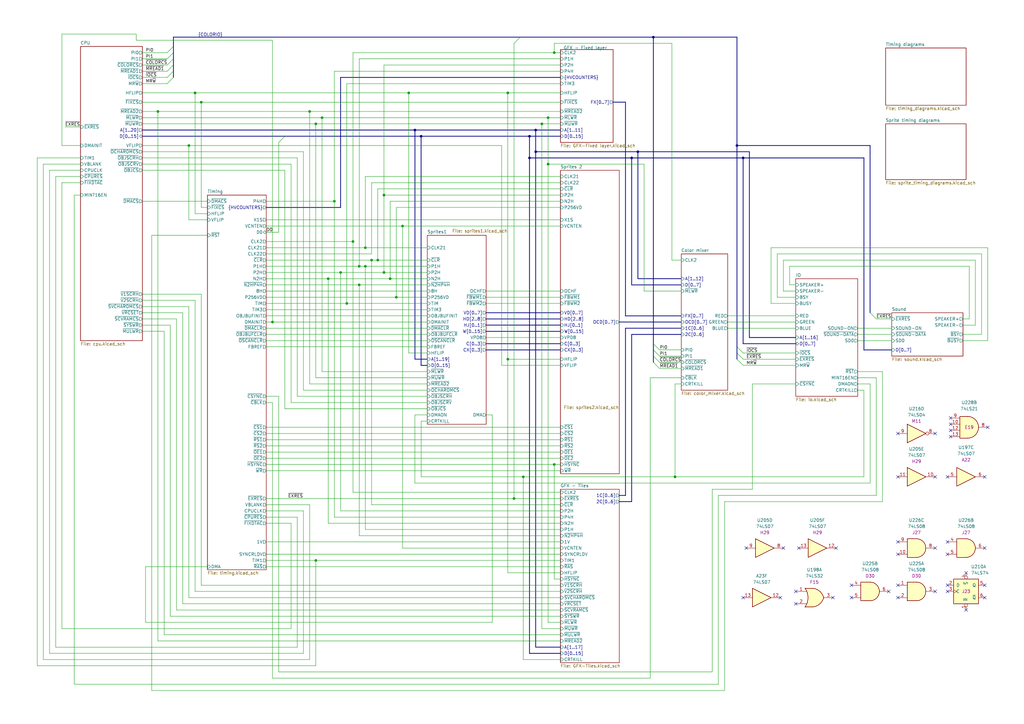
<source format=kicad_sch>
(kicad_sch (version 20230121) (generator eeschema)
  (paper "A3")
  (title_block (title "The Final Round") (date "2023-09-11") (company "Konami GX870") (comment 1 "Ulf Skutnabba, twitter: @skutis77"))
  (lib_symbols
    (symbol "74xx:74LS07" (pin_names (offset 1.016))
      (property "Reference" "U" (at 0 1.27 0))
      (property "Value" "74LS07" (at 0 -1.27 0))
      (symbol "74LS07_1_0"
        (pin input line (at -7.62 0 0) (length 3.81) (name "~") (number "1"))
        (pin open_collector line (at 7.62 0 180) (length 3.81) (name "~") (number "2"))
      )
      (symbol "74LS07_2_0"
        (pin input line (at -7.62 0 0) (length 3.81) (name "~") (number "3"))
        (pin open_collector line (at 7.62 0 180) (length 3.81) (name "~") (number "4"))
      )
      (symbol "74LS07_3_0"
        (pin input line (at -7.62 0 0) (length 3.81) (name "~") (number "5"))
        (pin open_collector line (at 7.62 0 180) (length 3.81) (name "~") (number "6"))
      )
      (symbol "74LS07_4_0"
        (pin open_collector line (at 7.62 0 180) (length 3.81) (name "~") (number "8"))
        (pin input line (at -7.62 0 0) (length 3.81) (name "~") (number "9"))
      )
      (symbol "74LS07_5_0"
        (pin open_collector line (at 7.62 0 180) (length 3.81) (name "~") (number "10"))
        (pin input line (at -7.62 0 0) (length 3.81) (name "~") (number "11"))
      )
      (symbol "74LS07_6_0"
        (pin open_collector line (at 7.62 0 180) (length 3.81) (name "~") (number "12"))
        (pin input line (at -7.62 0 0) (length 3.81) (name "~") (number "13"))
      )
      (symbol "74LS07_7_0"
        (pin power_in line (at 0 12.7 270) (length 5.08) (name "VCC") (number "14"))
        (pin power_in line (at 0 -12.7 90) (length 5.08) (name "GND") (number "7"))
      )
    )
    (symbol "jt74:74LS04" (pin_names (offset 1.016))
      (property "Reference" "U" (at 0 1.27 0))
      (property "Value" "74LS04" (at 0 -1.27 0))
      (symbol "74LS04_1_0"
        (pin input line (at -7.62 0 0) (length 3.81) (name "~") (number "1"))
        (pin output inverted (at 7.62 0 180) (length 3.81) (name "~") (number "2"))
      )
      (symbol "74LS04_2_0"
        (pin input line (at -7.62 0 0) (length 3.81) (name "~") (number "3"))
        (pin output inverted (at 7.62 0 180) (length 3.81) (name "~") (number "4"))
      )
      (symbol "74LS04_3_0"
        (pin input line (at -7.62 0 0) (length 3.81) (name "~") (number "5"))
        (pin output inverted (at 7.62 0 180) (length 3.81) (name "~") (number "6"))
      )
      (symbol "74LS04_4_0"
        (pin output inverted (at 7.62 0 180) (length 3.81) (name "~") (number "8"))
        (pin input line (at -7.62 0 0) (length 3.81) (name "~") (number "9"))
      )
      (symbol "74LS04_5_0"
        (pin output inverted (at 7.62 0 180) (length 3.81) (name "~") (number "10"))
        (pin input line (at -7.62 0 0) (length 3.81) (name "~") (number "11"))
      )
      (symbol "74LS04_6_0"
        (pin output inverted (at 7.62 0 180) (length 3.81) (name "~") (number "12"))
        (pin input line (at -7.62 0 0) (length 3.81) (name "~") (number "13"))
      )
      (symbol "74LS04_7_0"
        (pin power_in line (at 0 7.62 270) (length 5.08) hide (name "VCC") (number "14"))
        (pin power_in line (at 0 -7.62 90) (length 5.08) hide (name "VSS") (number "7"))
      )
    )
    (symbol "jt74:74LS08" (pin_names (offset 1.016))
      (property "Reference" "U" (at 0 1.27 0))
      (property "Value" "74LS08" (at 0 -1.27 0))
      (symbol "74LS08_1_1"
        (pin input line (at -7.62 2.54 0) (length 3.81) (name "~") (number "1"))
        (pin input line (at -7.62 -2.54 0) (length 3.81) (name "~") (number "2"))
        (pin output line (at 7.62 0 180) (length 3.81) (name "~") (number "3"))
      )
      (symbol "74LS08_1_2"
        (pin input inverted (at -7.62 2.54 0) (length 4.318) (name "~") (number "1"))
        (pin input inverted (at -7.62 -2.54 0) (length 4.318) (name "~") (number "2"))
        (pin output inverted (at 7.62 0 180) (length 3.81) (name "~") (number "3"))
      )
      (symbol "74LS08_2_1"
        (pin input line (at -7.62 2.54 0) (length 3.81) (name "~") (number "4"))
        (pin input line (at -7.62 -2.54 0) (length 3.81) (name "~") (number "5"))
        (pin output line (at 7.62 0 180) (length 3.81) (name "~") (number "6"))
      )
      (symbol "74LS08_2_2"
        (pin input inverted (at -7.62 2.54 0) (length 4.318) (name "~") (number "4"))
        (pin input inverted (at -7.62 -2.54 0) (length 4.318) (name "~") (number "5"))
        (pin output inverted (at 7.62 0 180) (length 3.81) (name "~") (number "6"))
      )
      (symbol "74LS08_3_1"
        (pin input line (at -7.62 -2.54 0) (length 3.81) (name "~") (number "10"))
        (pin output line (at 7.62 0 180) (length 3.81) (name "~") (number "8"))
        (pin input line (at -7.62 2.54 0) (length 3.81) (name "~") (number "9"))
      )
      (symbol "74LS08_3_2"
        (pin input inverted (at -7.62 -2.54 0) (length 4.318) (name "~") (number "10"))
        (pin output inverted (at 7.62 0 180) (length 3.81) (name "~") (number "8"))
        (pin input inverted (at -7.62 2.54 0) (length 4.318) (name "~") (number "9"))
      )
      (symbol "74LS08_4_1"
        (pin output line (at 7.62 0 180) (length 3.81) (name "~") (number "11"))
        (pin input line (at -7.62 2.54 0) (length 3.81) (name "~") (number "12"))
        (pin input line (at -7.62 -2.54 0) (length 3.81) (name "~") (number "13"))
      )
      (symbol "74LS08_4_2"
        (pin output inverted (at 7.62 0 180) (length 3.81) (name "~") (number "11"))
        (pin input inverted (at -7.62 2.54 0) (length 4.318) (name "~") (number "12"))
        (pin input inverted (at -7.62 -2.54 0) (length 4.318) (name "~") (number "13"))
      )
      (symbol "74LS08_5_0"
        (pin power_in line (at 0 7.62 270) (length 5.08) hide (name "VCC") (number "14"))
        (pin power_in line (at 0 -7.62 90) (length 5.08) hide (name "VSS") (number "7"))
      )
    )
    (symbol "jt74:74LS21" (pin_names (offset 1.016))
      (property "Reference" "U" (at 0 1.27 0))
      (property "Value" "74LS21" (at 0 -1.27 0))
      (symbol "74LS21_1_1"
        (pin input line (at -7.62 3.81 0) (length 3.81) (name "~") (number "1"))
        (pin input line (at -7.62 1.27 0) (length 3.81) (name "~") (number "2"))
        (pin input line (at -7.62 -1.27 0) (length 3.81) (name "~") (number "4"))
        (pin input line (at -7.62 -3.81 0) (length 3.81) (name "~") (number "5"))
        (pin output line (at 7.62 0 180) (length 3.81) (name "~") (number "6"))
      )
      (symbol "74LS21_1_2"
        (pin input inverted (at -7.62 3.81 0) (length 3.81) (name "~") (number "1"))
        (pin input inverted (at -7.62 1.27 0) (length 4.826) (name "~") (number "2"))
        (pin input inverted (at -7.62 -1.27 0) (length 4.826) (name "~") (number "4"))
        (pin input inverted (at -7.62 -3.81 0) (length 3.81) (name "~") (number "5"))
        (pin output inverted (at 7.62 0 180) (length 3.81) (name "~") (number "6"))
      )
      (symbol "74LS21_2_1"
        (pin input line (at -7.62 1.27 0) (length 3.81) (name "~") (number "10"))
        (pin input line (at -7.62 -1.27 0) (length 3.81) (name "~") (number "12"))
        (pin input line (at -7.62 -3.81 0) (length 3.81) (name "~") (number "13"))
        (pin output line (at 7.62 0 180) (length 3.81) (name "~") (number "8"))
        (pin input line (at -7.62 3.81 0) (length 3.81) (name "~") (number "9"))
      )
      (symbol "74LS21_2_2"
        (pin input inverted (at -7.62 1.27 0) (length 4.826) (name "~") (number "10"))
        (pin input inverted (at -7.62 -1.27 0) (length 4.826) (name "~") (number "12"))
        (pin input inverted (at -7.62 -3.81 0) (length 3.81) (name "~") (number "13"))
        (pin output inverted (at 7.62 0 180) (length 3.81) (name "~") (number "8"))
        (pin input inverted (at -7.62 3.81 0) (length 3.81) (name "~") (number "9"))
      )
      (symbol "74LS21_3_0"
        (pin input line (at 0 12.7 270) (length 5.08) hide (name "VCC") (number "14"))
        (pin input line (at 0 -12.7 90) (length 5.08) hide (name "GND") (number "7"))
      )
    )
    (symbol "jt74:74LS32" (pin_names (offset 1.016))
      (property "Reference" "U" (at 0 1.27 0))
      (property "Value" "74LS32" (at 0 -1.27 0))
      (symbol "74LS32_1_1"
        (pin input line (at -7.62 2.54 0) (length 4.318) (name "~") (number "1"))
        (pin input line (at -7.62 -2.54 0) (length 4.318) (name "~") (number "2"))
        (pin output line (at 7.62 0 180) (length 3.81) (name "~") (number "3"))
      )
      (symbol "74LS32_1_2"
        (pin input inverted (at -7.62 2.54 0) (length 3.81) (name "~") (number "1"))
        (pin input inverted (at -7.62 -2.54 0) (length 3.81) (name "~") (number "2"))
        (pin output inverted (at 7.62 0 180) (length 3.81) (name "~") (number "3"))
      )
      (symbol "74LS32_2_1"
        (pin input line (at -7.62 2.54 0) (length 4.318) (name "~") (number "4"))
        (pin input line (at -7.62 -2.54 0) (length 4.318) (name "~") (number "5"))
        (pin output line (at 7.62 0 180) (length 3.81) (name "~") (number "6"))
      )
      (symbol "74LS32_2_2"
        (pin input inverted (at -7.62 2.54 0) (length 3.81) (name "~") (number "4"))
        (pin input inverted (at -7.62 -2.54 0) (length 3.81) (name "~") (number "5"))
        (pin output inverted (at 7.62 0 180) (length 3.81) (name "~") (number "6"))
      )
      (symbol "74LS32_3_1"
        (pin input line (at -7.62 -2.54 0) (length 4.318) (name "~") (number "10"))
        (pin output line (at 7.62 0 180) (length 3.81) (name "~") (number "8"))
        (pin input line (at -7.62 2.54 0) (length 4.318) (name "~") (number "9"))
      )
      (symbol "74LS32_3_2"
        (pin input inverted (at -7.62 -2.54 0) (length 3.81) (name "~") (number "10"))
        (pin output inverted (at 7.62 0 180) (length 3.81) (name "~") (number "8"))
        (pin input inverted (at -7.62 2.54 0) (length 3.81) (name "~") (number "9"))
      )
      (symbol "74LS32_4_1"
        (pin output line (at 7.62 0 180) (length 3.81) (name "~") (number "11"))
        (pin input line (at -7.62 2.54 0) (length 4.318) (name "~") (number "12"))
        (pin input line (at -7.62 -2.54 0) (length 4.318) (name "~") (number "13"))
      )
      (symbol "74LS32_4_2"
        (pin output inverted (at 7.62 0 180) (length 3.81) (name "~") (number "11"))
        (pin input inverted (at -7.62 2.54 0) (length 3.81) (name "~") (number "12"))
        (pin input inverted (at -7.62 -2.54 0) (length 3.81) (name "~") (number "13"))
      )
      (symbol "74LS32_5_0"
        (pin power_in line (at 0 7.62 270) (length 5.08) hide (name "VCC") (number "14"))
        (pin power_in line (at 0 -7.62 90) (length 5.08) hide (name "VSS") (number "7"))
      )
    )
    (symbol "jt74:74LS74" (pin_names (offset 1.016))
      (property "Reference" "U" (at 3.81 5.08 0))
      (property "Value" "74LS74" (at 0 0 0))
      (symbol "74LS74_1_0"
        (pin input inverted (at 0 -7.62 90) (length 2.54) (name "~{R}") (number "1"))
        (pin input line (at -7.62 2.54 0) (length 2.54) (name "D") (number "2"))
        (pin input clock (at -7.62 0 0) (length 2.54) (name "C") (number "3"))
        (pin input inverted (at 0 7.62 270) (length 2.54) (name "~{S}") (number "4"))
        (pin output line (at 7.62 2.54 180) (length 2.54) (name "Q") (number "5"))
        (pin output line (at 7.62 -2.54 180) (length 2.54) (name "~{Q}") (number "6"))
      )
      (symbol "74LS74_2_0"
        (pin input clock (at -7.62 0 0) (length 2.54) (name "C") (number "11"))
        (pin input line (at -7.62 2.54 0) (length 2.54) (name "D") (number "12"))
        (pin input line (at 0 -7.62 90) (length 2.54) (name "~{R}") (number "13"))
        (pin output line (at 7.62 -2.54 180) (length 2.54) (name "~{Q}") (number "8"))
        (pin output line (at 7.62 2.54 180) (length 2.54) (name "Q") (number "9"))
      )
      (symbol "74LS74_2_1"
        (pin input line (at 0 7.62 270) (length 2.54) (name "~{S}") (number "10"))
      )
      (symbol "74LS74_3_0"
        (pin power_in line (at 0 7.62 270) (length 2.54) hide (name "VCC") (number "14"))
        (pin power_in line (at 0 -7.62 90) (length 2.54) hide (name "VSS") (number "7"))
      )
    )
  )
  (bus_alias "COLORIO" (members "PI0" "PI1" "~{COLORCS}" "~{MREAD1}" "~{IOCS}" "MR~{W}" "~{EXRES}"))
  (junction (at 217.17 64.77))
  (junction (at 162.56 121.92))
  (junction (at 149.86 109.22))
  (junction (at 64.77 45.72))
  (junction (at 170.18 53.34))
  (junction (at 302.26 59.69))
  (junction (at 261.62 62.23))
  (junction (at 167.64 38.1))
  (junction (at 144.78 99.06))
  (junction (at 129.54 229.87))
  (junction (at 157.48 111.76))
  (junction (at 129.54 50.8))
  (junction (at 304.8 64.77))
  (junction (at 210.82 204.47))
  (junction (at 165.1 92.71))
  (junction (at 111.76 132.08))
  (junction (at 149.86 101.6))
  (junction (at 157.48 80.01))
  (junction (at 222.25 50.8))
  (junction (at 267.97 15.24))
  (junction (at 82.55 41.91))
  (junction (at 154.94 106.68))
  (junction (at 227.33 21.59))
  (junction (at 160.02 114.3))
  (junction (at 217.17 55.88))
  (junction (at 259.08 64.77))
  (junction (at 142.24 124.46))
  (junction (at 127 45.72))
  (junction (at 134.62 114.3))
  (junction (at 172.72 55.88))
  (junction (at 152.4 106.68))
  (junction (at 208.28 147.32))
  (junction (at 219.71 62.23))
  (junction (at 224.79 67.31))
  (junction (at 276.86 195.58))
  (junction (at 227.33 190.5))
  (junction (at 80.01 38.1))
  (junction (at 214.63 195.58))
  (junction (at 77.47 59.69))
  (junction (at 147.32 109.22))
  (junction (at 219.71 53.34))
  (junction (at 147.32 116.84))
  (junction (at 137.16 82.55))
  (junction (at 132.08 48.26))
  (junction (at 139.7 111.76))
  (junction (at 224.79 48.26))
  (junction (at 208.28 38.1))
  (no_connect (at 321.31 224.79))
  (no_connect (at 306.07 224.79))
  (no_connect (at 368.3 177.8))
  (no_connect (at 383.54 177.8))
  (no_connect (at 405.13 175.26))
  (no_connect (at 389.89 179.07))
  (no_connect (at 389.89 176.53))
  (no_connect (at 388.62 227.33))
  (no_connect (at 388.62 222.25))
  (no_connect (at 383.54 224.79))
  (no_connect (at 368.3 227.33))
  (no_connect (at 368.3 222.25))
  (no_connect (at 403.86 224.79))
  (no_connect (at 389.89 173.99))
  (no_connect (at 368.3 195.58))
  (no_connect (at 383.54 195.58))
  (no_connect (at 364.49 242.57))
  (no_connect (at 349.25 240.03))
  (no_connect (at 349.25 245.11))
  (no_connect (at 389.89 171.45))
  (no_connect (at 304.8 245.11))
  (no_connect (at 320.04 245.11))
  (no_connect (at 342.9 224.79))
  (no_connect (at 327.66 224.79))
  (no_connect (at 396.24 250.19))
  (no_connect (at 388.62 242.57))
  (no_connect (at 388.62 240.03))
  (no_connect (at 403.86 240.03))
  (no_connect (at 403.86 245.11))
  (no_connect (at 396.24 234.95))
  (no_connect (at 383.54 242.57))
  (no_connect (at 368.3 245.11))
  (no_connect (at 368.3 240.03))
  (no_connect (at 403.86 195.58))
  (no_connect (at 388.62 195.58))
  (no_connect (at 326.39 242.57))
  (no_connect (at 326.39 247.65))
  (no_connect (at 341.63 245.11))
  (bus_entry (at 302.26 147.32) (size 2.54 2.54))
  (bus_entry (at 356.87 128.27) (size 2.54 2.54))
  (bus_entry (at 68.58 21.59) (size 2.54 -2.54))
  (bus_entry (at 68.58 34.29) (size 2.54 -2.54))
  (bus_entry (at 267.97 148.59) (size 2.54 2.54))
  (bus_entry (at 68.58 31.75) (size 2.54 -2.54))
  (bus_entry (at 114.3 58.42) (size 2.54 -2.54))
  (bus_entry (at 68.58 26.67) (size 2.54 -2.54))
  (bus_entry (at 267.97 143.51) (size 2.54 2.54))
  (bus_entry (at 68.58 29.21) (size 2.54 -2.54))
  (bus_entry (at 302.26 142.24) (size 2.54 2.54))
  (bus_entry (at 302.26 144.78) (size 2.54 2.54))
  (bus_entry (at 210.82 17.78) (size 2.54 -2.54))
  (bus_entry (at 267.97 140.97) (size 2.54 2.54))
  (bus_entry (at 68.58 24.13) (size 2.54 -2.54))
  (bus_entry (at 267.97 146.05) (size 2.54 2.54))
  (bus (pts (xy 256.54 41.91) (xy 251.46 41.91)))
  (bus (pts (xy 279.4 129.54) (xy 256.54 129.54)))
  (wire (pts (xy 162.56 85.09) (xy 229.87 85.09)))
  (wire (pts (xy 351.79 137.16) (xy 365.76 137.16)))
  (wire (pts (xy 205.74 59.69) (xy 205.74 149.86)))
  (wire (pts (xy 58.42 34.29) (xy 68.58 34.29)))
  (wire (pts (xy 165.1 224.79) (xy 229.87 224.79)))
  (wire (pts (xy 119.38 67.31) (xy 119.38 165.1)))
  (wire (pts (xy 208.28 38.1) (xy 229.87 38.1)))
  (wire (pts (xy 58.42 26.67) (xy 68.58 26.67)))
  (bus (pts (xy 199.39 128.27) (xy 229.87 128.27)))
  (wire (pts (xy 149.86 72.39) (xy 229.87 72.39)))
  (wire (pts (xy 318.77 104.14) (xy 318.77 121.92)))
  (wire (pts (xy 162.56 121.92) (xy 175.26 121.92)))
  (wire (pts (xy 20.32 267.97) (xy 20.32 69.85)))
  (bus (pts (xy 259.08 64.77) (xy 304.8 64.77)))
  (wire (pts (xy 157.48 80.01) (xy 157.48 26.67)))
  (wire (pts (xy 201.93 255.27) (xy 59.69 255.27)))
  (wire (pts (xy 394.97 133.35) (xy 400.05 133.35)))
  (wire (pts (xy 109.22 185.42) (xy 229.87 185.42)))
  (wire (pts (xy 147.32 24.13) (xy 229.87 24.13)))
  (wire (pts (xy 162.56 85.09) (xy 162.56 121.92)))
  (wire (pts (xy 109.22 204.47) (xy 210.82 204.47)))
  (wire (pts (xy 199.39 119.38) (xy 229.87 119.38)))
  (bus (pts (xy 139.7 31.75) (xy 139.7 85.09)))
  (wire (pts (xy 58.42 21.59) (xy 68.58 21.59)))
  (wire (pts (xy 144.78 201.93) (xy 229.87 201.93)))
  (bus (pts (xy 71.12 19.05) (xy 71.12 15.24)))
  (bus (pts (xy 199.39 135.89) (xy 229.87 135.89)))
  (bus (pts (xy 302.26 147.32) (xy 302.26 144.78)))
  (wire (pts (xy 266.7 278.13) (xy 111.76 278.13)))
  (wire (pts (xy 109.22 209.55) (xy 124.46 209.55)))
  (wire (pts (xy 58.42 62.23) (xy 124.46 62.23)))
  (wire (pts (xy 109.22 111.76) (xy 139.7 111.76)))
  (wire (pts (xy 114.3 58.42) (xy 114.3 95.25)))
  (wire (pts (xy 154.94 77.47) (xy 229.87 77.47)))
  (wire (pts (xy 298.45 134.62) (xy 326.39 134.62)))
  (wire (pts (xy 229.87 29.21) (xy 137.16 29.21)))
  (wire (pts (xy 149.86 101.6) (xy 175.26 101.6)))
  (wire (pts (xy 172.72 172.72) (xy 172.72 195.58)))
  (wire (pts (xy 62.23 96.52) (xy 85.09 96.52)))
  (wire (pts (xy 144.78 99.06) (xy 144.78 201.93)))
  (wire (pts (xy 351.79 152.4) (xy 361.95 152.4)))
  (wire (pts (xy 199.39 124.46) (xy 229.87 124.46)))
  (wire (pts (xy 127 270.51) (xy 17.78 270.51)))
  (wire (pts (xy 59.69 255.27) (xy 59.69 232.41)))
  (wire (pts (xy 142.24 34.29) (xy 229.87 34.29)))
  (wire (pts (xy 109.22 162.56) (xy 114.3 162.56)))
  (bus (pts (xy 58.42 55.88) (xy 116.84 55.88)))
  (wire (pts (xy 25.4 74.93) (xy 33.02 74.93)))
  (wire (pts (xy 229.87 147.32) (xy 208.28 147.32)))
  (bus (pts (xy 219.71 62.23) (xy 219.71 265.43)))
  (wire (pts (xy 270.51 146.05) (xy 279.4 146.05)))
  (bus (pts (xy 139.7 31.75) (xy 229.87 31.75)))
  (wire (pts (xy 33.02 72.39) (xy 22.86 72.39)))
  (bus (pts (xy 229.87 267.97) (xy 217.17 267.97)))
  (wire (pts (xy 170.18 198.12) (xy 170.18 170.18)))
  (wire (pts (xy 82.55 41.91) (xy 229.87 41.91)))
  (wire (pts (xy 264.16 67.31) (xy 264.16 119.38)))
  (wire (pts (xy 69.85 133.35) (xy 58.42 133.35)))
  (wire (pts (xy 152.4 74.93) (xy 152.4 104.14)))
  (wire (pts (xy 58.42 41.91) (xy 82.55 41.91)))
  (wire (pts (xy 55.88 13.97) (xy 25.4 13.97)))
  (bus (pts (xy 267.97 140.97) (xy 267.97 15.24)))
  (bus (pts (xy 199.39 140.97) (xy 229.87 140.97)))
  (wire (pts (xy 109.22 182.88) (xy 229.87 182.88)))
  (wire (pts (xy 109.22 92.71) (xy 165.1 92.71)))
  (wire (pts (xy 323.85 116.84) (xy 326.39 116.84)))
  (wire (pts (xy 62.23 283.21) (xy 62.23 96.52)))
  (wire (pts (xy 25.4 257.81) (xy 25.4 74.93)))
  (wire (pts (xy 137.16 82.55) (xy 137.16 212.09)))
  (wire (pts (xy 129.54 273.05) (xy 15.24 273.05)))
  (wire (pts (xy 405.13 139.7) (xy 405.13 101.6)))
  (wire (pts (xy 30.48 80.01) (xy 33.02 80.01)))
  (wire (pts (xy 227.33 237.49) (xy 227.33 190.5)))
  (wire (pts (xy 229.87 242.57) (xy 80.01 242.57)))
  (wire (pts (xy 109.22 137.16) (xy 175.26 137.16)))
  (wire (pts (xy 405.13 101.6) (xy 316.23 101.6)))
  (wire (pts (xy 266.7 154.94) (xy 266.7 278.13)))
  (wire (pts (xy 394.97 137.16) (xy 402.59 137.16)))
  (wire (pts (xy 229.87 245.11) (xy 77.47 245.11)))
  (wire (pts (xy 114.3 275.59) (xy 292.1 275.59)))
  (bus (pts (xy 356.87 128.27) (xy 356.87 59.69)))
  (wire (pts (xy 127 45.72) (xy 229.87 45.72)))
  (wire (pts (xy 316.23 101.6) (xy 316.23 124.46)))
  (wire (pts (xy 58.42 82.55) (xy 85.09 82.55)))
  (wire (pts (xy 80.01 123.19) (xy 80.01 242.57)))
  (wire (pts (xy 157.48 80.01) (xy 157.48 111.76)))
  (wire (pts (xy 229.87 219.71) (xy 147.32 219.71)))
  (bus (pts (xy 259.08 116.84) (xy 279.4 116.84)))
  (wire (pts (xy 109.22 127) (xy 175.26 127)))
  (wire (pts (xy 229.87 252.73) (xy 69.85 252.73)))
  (wire (pts (xy 59.69 232.41) (xy 85.09 232.41)))
  (wire (pts (xy 356.87 198.12) (xy 170.18 198.12)))
  (wire (pts (xy 74.93 128.27) (xy 74.93 247.65)))
  (wire (pts (xy 116.84 167.64) (xy 175.26 167.64)))
  (wire (pts (xy 58.42 29.21) (xy 68.58 29.21)))
  (wire (pts (xy 72.39 130.81) (xy 72.39 250.19)))
  (wire (pts (xy 199.39 121.92) (xy 229.87 121.92)))
  (wire (pts (xy 229.87 257.81) (xy 222.25 257.81)))
  (wire (pts (xy 361.95 205.74) (xy 297.18 205.74)))
  (wire (pts (xy 214.63 270.51) (xy 214.63 195.58)))
  (wire (pts (xy 67.31 135.89) (xy 58.42 135.89)))
  (wire (pts (xy 119.38 165.1) (xy 175.26 165.1)))
  (wire (pts (xy 316.23 124.46) (xy 326.39 124.46)))
  (bus (pts (xy 254 132.08) (xy 279.4 132.08)))
  (bus (pts (xy 219.71 62.23) (xy 261.62 62.23)))
  (wire (pts (xy 109.22 119.38) (xy 175.26 119.38)))
  (wire (pts (xy 144.78 99.06) (xy 144.78 21.59)))
  (bus (pts (xy 116.84 55.88) (xy 172.72 55.88)))
  (wire (pts (xy 229.87 237.49) (xy 227.33 237.49)))
  (wire (pts (xy 229.87 212.09) (xy 137.16 212.09)))
  (wire (pts (xy 359.41 203.2) (xy 294.64 203.2)))
  (wire (pts (xy 308.61 157.48) (xy 326.39 157.48)))
  (wire (pts (xy 109.22 132.08) (xy 111.76 132.08)))
  (wire (pts (xy 109.22 227.33) (xy 229.87 227.33)))
  (wire (pts (xy 175.26 157.48) (xy 127 157.48)))
  (wire (pts (xy 394.97 130.81) (xy 397.51 130.81)))
  (wire (pts (xy 129.54 229.87) (xy 129.54 273.05)))
  (wire (pts (xy 109.22 180.34) (xy 229.87 180.34)))
  (wire (pts (xy 74.93 128.27) (xy 58.42 128.27)))
  (wire (pts (xy 124.46 160.02) (xy 175.26 160.02)))
  (wire (pts (xy 80.01 123.19) (xy 58.42 123.19)))
  (wire (pts (xy 170.18 170.18) (xy 175.26 170.18)))
  (wire (pts (xy 80.01 38.1) (xy 167.64 38.1)))
  (wire (pts (xy 58.42 50.8) (xy 129.54 50.8)))
  (bus (pts (xy 170.18 53.34) (xy 219.71 53.34)))
  (wire (pts (xy 58.42 67.31) (xy 119.38 67.31)))
  (wire (pts (xy 402.59 137.16) (xy 402.59 104.14)))
  (wire (pts (xy 134.62 114.3) (xy 160.02 114.3)))
  (wire (pts (xy 77.47 125.73) (xy 77.47 245.11)))
  (wire (pts (xy 116.84 69.85) (xy 116.84 167.64)))
  (wire (pts (xy 77.47 125.73) (xy 58.42 125.73)))
  (wire (pts (xy 172.72 195.58) (xy 214.63 195.58)))
  (wire (pts (xy 276.86 195.58) (xy 354.33 195.58)))
  (bus (pts (xy 175.26 147.32) (xy 170.18 147.32)))
  (wire (pts (xy 157.48 26.67) (xy 229.87 26.67)))
  (wire (pts (xy 152.4 104.14) (xy 109.22 104.14)))
  (wire (pts (xy 266.7 154.94) (xy 279.4 154.94)))
  (wire (pts (xy 58.42 38.1) (xy 80.01 38.1)))
  (wire (pts (xy 400.05 106.68) (xy 321.31 106.68)))
  (bus (pts (xy 259.08 64.77) (xy 259.08 116.84)))
  (wire (pts (xy 72.39 130.81) (xy 58.42 130.81)))
  (wire (pts (xy 154.94 77.47) (xy 154.94 106.68)))
  (wire (pts (xy 214.63 195.58) (xy 276.86 195.58)))
  (wire (pts (xy 224.79 48.26) (xy 229.87 48.26)))
  (wire (pts (xy 224.79 255.27) (xy 224.79 67.31)))
  (wire (pts (xy 356.87 157.48) (xy 356.87 198.12)))
  (bus (pts (xy 213.36 15.24) (xy 267.97 15.24)))
  (bus (pts (xy 71.12 31.75) (xy 71.12 29.21)))
  (wire (pts (xy 109.22 177.8) (xy 229.87 177.8)))
  (bus (pts (xy 175.26 149.86) (xy 172.72 149.86)))
  (wire (pts (xy 351.79 154.94) (xy 359.41 154.94)))
  (bus (pts (xy 267.97 146.05) (xy 267.97 143.51)))
  (wire (pts (xy 304.8 147.32) (xy 326.39 147.32)))
  (wire (pts (xy 149.86 109.22) (xy 175.26 109.22)))
  (wire (pts (xy 142.24 34.29) (xy 142.24 124.46)))
  (wire (pts (xy 208.28 147.32) (xy 208.28 234.95)))
  (bus (pts (xy 267.97 148.59) (xy 267.97 146.05)))
  (wire (pts (xy 142.24 124.46) (xy 175.26 124.46)))
  (wire (pts (xy 229.87 214.63) (xy 134.62 214.63)))
  (wire (pts (xy 323.85 109.22) (xy 323.85 116.84)))
  (wire (pts (xy 80.01 87.63) (xy 80.01 38.1)))
  (wire (pts (xy 224.79 67.31) (xy 264.16 67.31)))
  (wire (pts (xy 229.87 270.51) (xy 214.63 270.51)))
  (wire (pts (xy 270.51 148.59) (xy 279.4 148.59)))
  (wire (pts (xy 147.32 219.71) (xy 147.32 116.84)))
  (wire (pts (xy 124.46 209.55) (xy 124.46 267.97)))
  (wire (pts (xy 175.26 162.56) (xy 121.92 162.56)))
  (bus (pts (xy 58.42 53.34) (xy 170.18 53.34)))
  (wire (pts (xy 109.22 101.6) (xy 149.86 101.6)))
  (wire (pts (xy 152.4 106.68) (xy 152.4 207.01)))
  (wire (pts (xy 199.39 170.18) (xy 201.93 170.18)))
  (wire (pts (xy 157.48 80.01) (xy 229.87 80.01)))
  (wire (pts (xy 139.7 111.76) (xy 139.7 209.55)))
  (wire (pts (xy 109.22 193.04) (xy 229.87 193.04)))
  (wire (pts (xy 109.22 114.3) (xy 134.62 114.3)))
  (wire (pts (xy 160.02 114.3) (xy 175.26 114.3)))
  (wire (pts (xy 129.54 50.8) (xy 222.25 50.8)))
  (wire (pts (xy 227.33 21.59) (xy 227.33 17.78)))
  (wire (pts (xy 20.32 69.85) (xy 33.02 69.85)))
  (bus (pts (xy 219.71 53.34) (xy 229.87 53.34)))
  (bus (pts (xy 172.72 55.88) (xy 172.72 149.86)))
  (wire (pts (xy 304.8 144.78) (xy 326.39 144.78)))
  (bus (pts (xy 217.17 64.77) (xy 259.08 64.77)))
  (wire (pts (xy 160.02 82.55) (xy 160.02 114.3)))
  (wire (pts (xy 109.22 142.24) (xy 175.26 142.24)))
  (bus (pts (xy 217.17 55.88) (xy 217.17 64.77)))
  (wire (pts (xy 67.31 260.35) (xy 229.87 260.35)))
  (bus (pts (xy 199.39 143.51) (xy 229.87 143.51)))
  (bus (pts (xy 217.17 64.77) (xy 217.17 267.97)))
  (wire (pts (xy 227.33 21.59) (xy 229.87 21.59)))
  (wire (pts (xy 121.92 265.43) (xy 22.86 265.43)))
  (wire (pts (xy 109.22 95.25) (xy 114.3 95.25)))
  (bus (pts (xy 109.22 85.09) (xy 139.7 85.09)))
  (wire (pts (xy 82.55 120.65) (xy 82.55 240.03)))
  (wire (pts (xy 229.87 250.19) (xy 72.39 250.19)))
  (wire (pts (xy 111.76 132.08) (xy 111.76 16.51)))
  (wire (pts (xy 17.78 270.51) (xy 17.78 67.31)))
  (wire (pts (xy 208.28 147.32) (xy 208.28 38.1)))
  (wire (pts (xy 175.26 152.4) (xy 132.08 152.4)))
  (wire (pts (xy 152.4 207.01) (xy 229.87 207.01)))
  (wire (pts (xy 109.22 229.87) (xy 129.54 229.87)))
  (wire (pts (xy 15.24 64.77) (xy 33.02 64.77)))
  (wire (pts (xy 109.22 82.55) (xy 137.16 82.55)))
  (wire (pts (xy 124.46 267.97) (xy 20.32 267.97)))
  (bus (pts (xy 354.33 64.77) (xy 354.33 143.51)))
  (wire (pts (xy 58.42 45.72) (xy 64.77 45.72)))
  (wire (pts (xy 210.82 204.47) (xy 229.87 204.47)))
  (bus (pts (xy 261.62 62.23) (xy 261.62 114.3)))
  (bus (pts (xy 172.72 55.88) (xy 217.17 55.88)))
  (bus (pts (xy 199.39 130.81) (xy 229.87 130.81)))
  (wire (pts (xy 121.92 162.56) (xy 121.92 64.77)))
  (wire (pts (xy 354.33 160.02) (xy 351.79 160.02)))
  (wire (pts (xy 402.59 104.14) (xy 318.77 104.14)))
  (bus (pts (xy 261.62 114.3) (xy 279.4 114.3)))
  (wire (pts (xy 264.16 119.38) (xy 279.4 119.38)))
  (wire (pts (xy 229.87 217.17) (xy 149.86 217.17)))
  (wire (pts (xy 58.42 64.77) (xy 121.92 64.77)))
  (wire (pts (xy 137.16 29.21) (xy 137.16 82.55)))
  (wire (pts (xy 152.4 106.68) (xy 154.94 106.68)))
  (bus (pts (xy 304.8 64.77) (xy 304.8 140.97)))
  (wire (pts (xy 22.86 72.39) (xy 22.86 265.43)))
  (wire (pts (xy 109.22 106.68) (xy 152.4 106.68)))
  (wire (pts (xy 111.76 278.13) (xy 111.76 165.1)))
  (wire (pts (xy 82.55 85.09) (xy 82.55 41.91)))
  (wire (pts (xy 127 207.01) (xy 127 270.51)))
  (wire (pts (xy 114.3 162.56) (xy 114.3 275.59)))
  (bus (pts (xy 217.17 55.88) (xy 229.87 55.88)))
  (wire (pts (xy 397.51 130.81) (xy 397.51 109.22)))
  (wire (pts (xy 109.22 222.25) (xy 229.87 222.25)))
  (wire (pts (xy 109.22 175.26) (xy 229.87 175.26)))
  (bus (pts (xy 259.08 205.74) (xy 259.08 137.16)))
  (wire (pts (xy 297.18 283.21) (xy 62.23 283.21)))
  (wire (pts (xy 127 45.72) (xy 127 157.48)))
  (wire (pts (xy 111.76 132.08) (xy 175.26 132.08)))
  (wire (pts (xy 109.22 124.46) (xy 142.24 124.46)))
  (wire (pts (xy 124.46 62.23) (xy 124.46 160.02)))
  (wire (pts (xy 270.51 143.51) (xy 279.4 143.51)))
  (bus (pts (xy 307.34 138.43) (xy 326.39 138.43)))
  (wire (pts (xy 229.87 255.27) (xy 224.79 255.27)))
  (wire (pts (xy 119.38 257.81) (xy 25.4 257.81)))
  (wire (pts (xy 175.26 144.78) (xy 167.64 144.78)))
  (wire (pts (xy 111.76 165.1) (xy 109.22 165.1)))
  (wire (pts (xy 147.32 109.22) (xy 147.32 24.13)))
  (wire (pts (xy 304.8 149.86) (xy 326.39 149.86)))
  (wire (pts (xy 149.86 72.39) (xy 149.86 101.6)))
  (bus (pts (xy 199.39 133.35) (xy 229.87 133.35)))
  (wire (pts (xy 132.08 48.26) (xy 224.79 48.26)))
  (wire (pts (xy 297.18 205.74) (xy 297.18 283.21)))
  (wire (pts (xy 294.64 280.67) (xy 30.48 280.67)))
  (wire (pts (xy 270.51 151.13) (xy 279.4 151.13)))
  (wire (pts (xy 109.22 129.54) (xy 175.26 129.54)))
  (wire (pts (xy 275.59 17.78) (xy 275.59 106.68)))
  (wire (pts (xy 15.24 273.05) (xy 15.24 64.77)))
  (bus (pts (xy 71.12 26.67) (xy 71.12 24.13)))
  (bus (pts (xy 219.71 53.34) (xy 219.71 62.23)))
  (wire (pts (xy 294.64 203.2) (xy 294.64 280.67)))
  (wire (pts (xy 139.7 111.76) (xy 157.48 111.76)))
  (wire (pts (xy 359.41 154.94) (xy 359.41 203.2)))
  (wire (pts (xy 351.79 134.62) (xy 365.76 134.62)))
  (bus (pts (xy 326.39 140.97) (xy 304.8 140.97)))
  (bus (pts (xy 261.62 62.23) (xy 307.34 62.23)))
  (wire (pts (xy 109.22 207.01) (xy 127 207.01)))
  (wire (pts (xy 58.42 24.13) (xy 68.58 24.13)))
  (bus (pts (xy 71.12 29.21) (xy 71.12 26.67)))
  (wire (pts (xy 109.22 90.17) (xy 229.87 90.17)))
  (bus (pts (xy 71.12 15.24) (xy 213.36 15.24)))
  (wire (pts (xy 298.45 129.54) (xy 326.39 129.54)))
  (bus (pts (xy 71.12 21.59) (xy 71.12 19.05)))
  (wire (pts (xy 165.1 92.71) (xy 165.1 224.79)))
  (bus (pts (xy 302.26 15.24) (xy 267.97 15.24)))
  (wire (pts (xy 321.31 106.68) (xy 321.31 119.38)))
  (wire (pts (xy 298.45 132.08) (xy 326.39 132.08)))
  (wire (pts (xy 321.31 119.38) (xy 326.39 119.38)))
  (wire (pts (xy 227.33 190.5) (xy 229.87 190.5)))
  (wire (pts (xy 64.77 45.72) (xy 64.77 262.89)))
  (wire (pts (xy 275.59 106.68) (xy 279.4 106.68)))
  (wire (pts (xy 26.67 52.07) (xy 33.02 52.07)))
  (wire (pts (xy 85.09 87.63) (xy 80.01 87.63)))
  (wire (pts (xy 129.54 229.87) (xy 229.87 229.87)))
  (wire (pts (xy 210.82 17.78) (xy 210.82 204.47)))
  (wire (pts (xy 361.95 152.4) (xy 361.95 205.74)))
  (wire (pts (xy 64.77 45.72) (xy 127 45.72)))
  (wire (pts (xy 308.61 200.66) (xy 308.61 157.48)))
  (wire (pts (xy 119.38 214.63) (xy 119.38 257.81)))
  (wire (pts (xy 58.42 59.69) (xy 77.47 59.69)))
  (bus (pts (xy 304.8 64.77) (xy 354.33 64.77)))
  (wire (pts (xy 77.47 90.17) (xy 85.09 90.17)))
  (bus (pts (xy 267.97 143.51) (xy 267.97 140.97)))
  (wire (pts (xy 69.85 133.35) (xy 69.85 252.73)))
  (wire (pts (xy 276.86 157.48) (xy 276.86 195.58)))
  (wire (pts (xy 82.55 120.65) (xy 58.42 120.65)))
  (wire (pts (xy 154.94 106.68) (xy 175.26 106.68)))
  (bus (pts (xy 354.33 143.51) (xy 365.76 143.51)))
  (wire (pts (xy 229.87 262.89) (xy 64.77 262.89)))
  (bus (pts (xy 307.34 62.23) (xy 307.34 138.43)))
  (bus (pts (xy 356.87 59.69) (xy 302.26 59.69)))
  (wire (pts (xy 229.87 209.55) (xy 139.7 209.55)))
  (wire (pts (xy 167.64 38.1) (xy 208.28 38.1)))
  (wire (pts (xy 222.25 50.8) (xy 222.25 257.81)))
  (wire (pts (xy 199.39 138.43) (xy 229.87 138.43)))
  (bus (pts (xy 256.54 129.54) (xy 256.54 41.91)))
  (wire (pts (xy 149.86 217.17) (xy 149.86 109.22)))
  (wire (pts (xy 30.48 280.67) (xy 30.48 80.01)))
  (wire (pts (xy 400.05 133.35) (xy 400.05 106.68)))
  (wire (pts (xy 58.42 48.26) (xy 132.08 48.26)))
  (wire (pts (xy 144.78 21.59) (xy 227.33 21.59)))
  (wire (pts (xy 67.31 135.89) (xy 67.31 260.35)))
  (bus (pts (xy 256.54 134.62) (xy 279.4 134.62)))
  (bus (pts (xy 259.08 137.16) (xy 279.4 137.16)))
  (wire (pts (xy 25.4 59.69) (xy 33.02 59.69)))
  (wire (pts (xy 134.62 114.3) (xy 134.62 214.63)))
  (bus (pts (xy 302.26 142.24) (xy 302.26 59.69)))
  (bus (pts (xy 256.54 203.2) (xy 256.54 134.62)))
  (wire (pts (xy 205.74 149.86) (xy 229.87 149.86)))
  (wire (pts (xy 351.79 139.7) (xy 365.76 139.7)))
  (wire (pts (xy 208.28 234.95) (xy 229.87 234.95)))
  (wire (pts (xy 109.22 116.84) (xy 147.32 116.84)))
  (wire (pts (xy 227.33 17.78) (xy 275.59 17.78)))
  (wire (pts (xy 129.54 50.8) (xy 129.54 154.94)))
  (wire (pts (xy 109.22 212.09) (xy 121.92 212.09)))
  (wire (pts (xy 397.51 109.22) (xy 323.85 109.22)))
  (wire (pts (xy 109.22 99.06) (xy 144.78 99.06)))
  (wire (pts (xy 55.88 16.51) (xy 55.88 13.97)))
  (bus (pts (xy 302.26 144.78) (xy 302.26 142.24)))
  (wire (pts (xy 224.79 67.31) (xy 224.79 48.26)))
  (wire (pts (xy 77.47 59.69) (xy 77.47 90.17)))
  (bus (pts (xy 254 205.74) (xy 259.08 205.74)))
  (wire (pts (xy 58.42 31.75) (xy 68.58 31.75)))
  (wire (pts (xy 58.42 69.85) (xy 116.84 69.85)))
  (wire (pts (xy 109.22 134.62) (xy 175.26 134.62)))
  (wire (pts (xy 85.09 85.09) (xy 82.55 85.09)))
  (wire (pts (xy 229.87 240.03) (xy 82.55 240.03)))
  (wire (pts (xy 109.22 232.41) (xy 229.87 232.41)))
  (wire (pts (xy 167.64 38.1) (xy 167.64 144.78)))
  (wire (pts (xy 147.32 109.22) (xy 149.86 109.22)))
  (bus (pts (xy 302.26 59.69) (xy 302.26 15.24)))
  (wire (pts (xy 111.76 16.51) (xy 55.88 16.51)))
  (wire (pts (xy 359.41 130.81) (xy 365.76 130.81)))
  (wire (pts (xy 292.1 200.66) (xy 308.61 200.66)))
  (wire (pts (xy 354.33 195.58) (xy 354.33 160.02)))
  (wire (pts (xy 157.48 111.76) (xy 175.26 111.76)))
  (wire (pts (xy 351.79 157.48) (xy 356.87 157.48)))
  (bus (pts (xy 170.18 53.34) (xy 170.18 147.32)))
  (wire (pts (xy 109.22 214.63) (xy 119.38 214.63)))
  (wire (pts (xy 160.02 82.55) (xy 229.87 82.55)))
  (wire (pts (xy 229.87 247.65) (xy 74.93 247.65)))
  (wire (pts (xy 147.32 116.84) (xy 175.26 116.84)))
  (wire (pts (xy 121.92 212.09) (xy 121.92 265.43)))
  (wire (pts (xy 132.08 48.26) (xy 132.08 152.4)))
  (wire (pts (xy 77.47 59.69) (xy 205.74 59.69)))
  (bus (pts (xy 229.87 265.43) (xy 219.71 265.43)))
  (wire (pts (xy 109.22 187.96) (xy 229.87 187.96)))
  (wire (pts (xy 175.26 172.72) (xy 172.72 172.72)))
  (wire (pts (xy 394.97 139.7) (xy 405.13 139.7)))
  (wire (pts (xy 318.77 121.92) (xy 326.39 121.92)))
  (wire (pts (xy 222.25 50.8) (xy 229.87 50.8)))
  (wire (pts (xy 279.4 157.48) (xy 276.86 157.48)))
  (bus (pts (xy 71.12 24.13) (xy 71.12 21.59)))
  (bus (pts (xy 254 203.2) (xy 256.54 203.2)))
  (wire (pts (xy 109.22 139.7) (xy 175.26 139.7)))
  (wire (pts (xy 17.78 67.31) (xy 33.02 67.31)))
  (wire (pts (xy 109.22 190.5) (xy 227.33 190.5)))
  (wire (pts (xy 292.1 275.59) (xy 292.1 200.66)))
  (wire (pts (xy 165.1 92.71) (xy 229.87 92.71)))
  (wire (pts (xy 25.4 13.97) (xy 25.4 59.69)))
  (wire (pts (xy 109.22 121.92) (xy 162.56 121.92)))
  (wire (pts (xy 109.22 109.22) (xy 147.32 109.22)))
  (wire (pts (xy 175.26 154.94) (xy 129.54 154.94)))
  (wire (pts (xy 152.4 74.93) (xy 229.87 74.93)))
  (wire (pts (xy 201.93 170.18) (xy 201.93 255.27)))
  (label "MR~{W}" (at 306.07 149.86 0))
  (label "~{MREAD1}" (at 270.51 151.13 0))
  (label "PI1" (at 270.51 146.05 0))
  (label "~{EXRES}" (at 26.67 52.07 0))
  (label "~{EXRES}" (at 306.07 147.32 0))
  (label "~{EXRES}" (at 359.41 130.81 0))
  (label "~{MREAD1}" (at 59.69 29.21 0))
  (label "PI0" (at 59.69 21.59 0))
  (label "~{EXRES}" (at 118.11 204.47 0))
  (label "PI0" (at 270.51 143.51 0))
  (label "~{COLORCS}" (at 59.69 26.67 0))
  (label "{COLORIO}" (at 81.28 15.24 0))
  (label "~{IOCS}" (at 306.07 144.78 0))
  (label "MR~{W}" (at 59.69 34.29 0))
  (label "~{IOCS}" (at 59.69 31.75 0))
  (label "PI1" (at 59.69 24.13 0))
  (label "~{COLORCS}" (at 270.51 148.59 0))
  (label "D0" (at 109.22 95.25 0))
  (symbol (lib_id "jt74:74LS08") (at 396.24 224.79 0) (unit 2)
    (property "Reference" "U226" (at 396.24 213.36 0))
    (property "Value" "74LS08" (at 396.24 215.9 0))
    (property "Datasheet" "http://www.ti.com/lit/gpn/sn74LS08" (effects hide))
    (property "Reference2" "J27" (at 396.24 218.44 0))
  )
  (symbol (lib_id "jt74:74LS08") (at 375.92 224.79 0) (unit 3)
    (property "Reference" "U226" (at 375.92 213.36 0))
    (property "Value" "74LS08" (at 375.92 215.9 0))
    (property "Datasheet" "http://www.ti.com/lit/gpn/sn74LS08" (effects hide))
    (property "Reference2" "J27" (at 375.92 218.44 0))
  )
  (symbol (lib_id "74xx:74LS07") (at 313.69 224.79 0) (unit 4)
    (property "Reference" "U205" (at 313.69 213.36 0))
    (property "Value" "74LS07" (at 313.69 215.9 0))
    (property "Datasheet" "www.ti.com/lit/ds/symlink/sn74ls07.pdf" (effects hide))
    (property "Reference2" "H29" (at 313.69 218.44 0))
  )
  (symbol (lib_id "jt74:74LS21") (at 397.51 175.26 0) (unit 2)
    (property "Reference" "U228" (at 397.51 165.1 0))
    (property "Value" "74LS21" (at 397.51 167.64 0))
    (property "Datasheet" "http://www.ti.com/lit/gpn/sn74LS21" (effects hide))
    (property "Reference2" "E19" (at 397.51 175.26 0))
  )
  (symbol (lib_id "jt74:74LS08") (at 375.92 242.57 0) (unit 1)
    (property "Reference" "U225" (at 375.92 231.14 0))
    (property "Value" "74LS08" (at 375.92 233.68 0))
    (property "Datasheet" "http://www.ti.com/lit/gpn/sn74LS08" (effects hide))
    (property "Reference2" "D30" (at 375.92 236.22 0))
  )
  (symbol (lib_id "74xx:74LS07") (at 375.92 195.58 0) (unit 5)
    (property "Reference" "U205" (at 375.92 184.15 0))
    (property "Value" "74LS07" (at 375.92 186.69 0))
    (property "Datasheet" "www.ti.com/lit/ds/symlink/sn74ls07.pdf" (effects hide))
    (property "Reference2" "H29" (at 375.92 189.23 0))
  )
  (symbol (lib_id "jt74:74LS32") (at 334.01 245.11 0) (unit 1)
    (property "Reference" "U198" (at 334.01 233.68 0))
    (property "Value" "74LS32" (at 334.01 236.22 0))
    (property "Datasheet" "http://www.ti.com/lit/gpn/sn74LS32" (effects hide))
    (property "Reference2" "F15" (at 334.01 238.76 0))
  )
  (symbol (lib_id "74xx:74LS07") (at 396.24 195.58 0) (unit 3)
    (property "Reference" "U197" (at 396.24 183.515 0))
    (property "Value" "74LS07" (at 396.24 186.055 0))
    (property "Datasheet" "www.ti.com/lit/ds/symlink/sn74ls07.pdf" (effects hide))
    (property "Reference2" "A22" (at 396.24 188.595 0))
  )
  (symbol (lib_id "jt74:74LS08") (at 356.87 242.57 0) (unit 2)
    (property "Reference" "U225" (at 356.87 231.14 0))
    (property "Value" "74LS08" (at 356.87 233.68 0))
    (property "Datasheet" "http://www.ti.com/lit/gpn/sn74LS08" (effects hide))
    (property "Reference2" "D30" (at 356.87 236.22 0))
  )
  (symbol (lib_id "74xx:74LS07") (at 312.42 245.11 0) (unit 6)
    (property "Reference" "A23" (at 312.42 236.22 0))
    (property "Value" "74LS07" (at 312.42 238.76 0))
    (property "Datasheet" "www.ti.com/lit/ds/symlink/sn74ls07.pdf" (effects hide))
  )
  (symbol (lib_id "74xx:74LS07") (at 335.28 224.79 0) (unit 6)
    (property "Reference" "U205" (at 335.28 213.36 0))
    (property "Value" "74LS07" (at 335.28 215.9 0))
    (property "Datasheet" "www.ti.com/lit/ds/symlink/sn74ls07.pdf" (effects hide))
    (property "Reference2" "H29" (at 335.28 218.44 0))
  )
  (symbol (lib_id "jt74:74LS74") (at 396.24 242.57 0) (unit 1)
    (property "Reference" "U210" (at 398.2594 232.41 0) (effects (justify left)))
    (property "Value" "74LS74" (at 398.2594 234.95 0) (effects (justify left)))
    (property "Datasheet" "74xx/74hc_hct74.pdf" (effects hide))
    (property "Reference2" "J23" (at 396.24 242.57 0))
  )
  (symbol (lib_id "jt74:74LS04") (at 375.92 177.8 0) (unit 4)
    (property "Reference" "U216" (at 375.92 167.64 0))
    (property "Value" "74LS04" (at 375.92 170.18 0))
    (property "Datasheet" "http://www.ti.com/lit/gpn/sn74LS04" (effects hide))
    (property "Reference2" "M11" (at 375.92 172.72 0))
  )
  (sheet (at 229.87 200.66) (size 24.13 71.12) (stroke (width 0.1524))
    (property "Sheetname" "GFX - Tiles" (at 229.87 199.9484 0) (effects (justify left bottom)))
    (property "Sheetfile" "GFX-Tiles.kicad_sch" (at 229.87 272.3646 0) (effects (justify left top)))
    (pin "P2H" input (at 229.87 209.55 180))
    (pin "~{RAS}" input (at 229.87 232.41 180))
    (pin "P4H" input (at 229.87 212.09 180))
    (pin "~{MUWR}" input (at 229.87 257.81 180))
    (pin "CRTKILL" input (at 229.87 270.51 180))
    (pin "~{MREAD2}" input (at 229.87 262.89 180))
    (pin "~{MLWR}" input (at 229.87 255.27 180))
    (pin "N2H" input (at 229.87 214.63 180))
    (pin "CLK2" input (at 229.87 201.93 180))
    (pin "P1H" input (at 229.87 217.17 180))
    (pin "VCNTEN" input (at 229.87 224.79 180))
    (pin "~{MULWR}" input (at 229.87 260.35 180))
    (pin "~{HSYNC}" input (at 229.87 237.49 180))
    (pin "SYNCRLDV" input (at 229.87 227.33 180))
    (pin "1V" input (at 229.87 222.25 180))
    (pin "~{SYSWR}" input (at 229.87 252.73 180))
    (pin "~{CLR}" input (at 229.87 207.01 180))
    (pin "TIM1" input (at 229.87 229.87 180))
    (pin "~{SCVRAMCS}" input (at 229.87 250.19 180))
    (pin "A[1..17]" input (at 229.87 265.43 180))
    (pin "D[0..15]" input (at 229.87 267.97 180))
    (pin "~{N2HP4H}" input (at 229.87 219.71 180))
    (pin "~{SVCHAROMCS}" input (at 229.87 245.11 180))
    (pin "HFLIP" input (at 229.87 234.95 180))
    (pin "~{EXRES}" input (at 229.87 204.47 180))
    (pin "2C[0..6]" output (at 254 205.74 0))
    (pin "1C[0..6]" output (at 254 203.2 0))
    (pin "~{V2SCRH}" input (at 229.87 242.57 180))
    (pin "~{V1SCRH}" input (at 229.87 240.03 180))
    (pin "~{VRCSET}" input (at 229.87 247.65 180))
  )
  (sheet (at 279.4 104.14) (size 19.05 55.88) (stroke (width 0.1524))
    (property "Sheetname" "Color mixer" (at 279.4 103.4284 0) (effects (justify left bottom)))
    (property "Sheetfile" "color_mixer.kicad_sch" (at 279.4 160.6046 0) (effects (justify left top)))
    (pin "CLK2" input (at 279.4 106.68 180))
    (pin "~{CBLK}" input (at 279.4 154.94 180))
    (pin "~{MLWR}" input (at 279.4 119.38 180))
    (pin "RED" output (at 298.45 129.54 0))
    (pin "GREEN" output (at 298.45 132.08 0))
    (pin "BLUE" output (at 298.45 134.62 0))
    (pin "~{MREAD1}" input (at 279.4 151.13 180))
    (pin "D[0..7]" input (at 279.4 116.84 180))
    (pin "1C[0..6]" input (at 279.4 134.62 180))
    (pin "OCD[0..7]" input (at 279.4 132.08 180))
    (pin "FX[0..7]" input (at 279.4 129.54 180))
    (pin "2C[0..6]" input (at 279.4 137.16 180))
    (pin "CRTKILL" input (at 279.4 157.48 180))
    (pin "PI1" input (at 279.4 146.05 180))
    (pin "PI0" input (at 279.4 143.51 180))
    (pin "~{COLORCS}" input (at 279.4 148.59 180))
    (pin "A[1..12]" input (at 279.4 114.3 180))
  )
  (sheet (at 85.09 80.01) (size 24.13 153.67) (stroke (width 0.1524))
    (property "Sheetname" "Timing" (at 85.09 79.2984 0) (effects (justify left bottom)))
    (property "Sheetfile" "timing.kicad_sch" (at 85.09 234.2646 0) (effects (justify left top)))
    (pin "CLK2" output (at 109.22 99.06 0))
    (pin "FBREF" output (at 109.22 142.24 0))
    (pin "P1H" output (at 109.22 109.22 0))
    (pin "CLK22" output (at 109.22 104.14 0))
    (pin "CLK21" output (at 109.22 101.6 0))
    (pin "~{CLR}" output (at 109.22 106.68 0))
    (pin "X1S" output (at 109.22 90.17 0))
    (pin "~{FIXDTAC}" output (at 109.22 214.63 0))
    (pin "~{HSYNC}" output (at 109.22 190.5 0))
    (pin "~{EXRES}" output (at 109.22 204.47 0))
    (pin "~{OSCANCLR}" output (at 109.22 139.7 0))
    (pin "~{WR}" output (at 109.22 193.04 0))
    (pin "VCNTEN" output (at 109.22 92.71 0))
    (pin "SYNCRLDV" output (at 109.22 227.33 0))
    (pin "~{DMACLR}" output (at 109.22 134.62 0))
    (pin "TIM1" output (at 109.22 229.87 0))
    (pin "TIM" output (at 109.22 124.46 0))
    (pin "TIM3" output (at 109.22 127 0))
    (pin "~{CPURES}" output (at 109.22 212.09 0))
    (pin "~{CSYNC}" output (at 109.22 162.56 0))
    (pin "OBJBUFINIT" output (at 109.22 129.54 0))
    (pin "~{OBJBUFCLR}" output (at 109.22 137.16 0))
    (pin "CPUCLK" output (at 109.22 209.55 0))
    (pin "DMAINIT" output (at 109.22 132.08 0))
    (pin "~{CS1}" output (at 109.22 175.26 0))
    (pin "~{RS1}" output (at 109.22 180.34 0))
    (pin "~{FIXCS}" input (at 85.09 85.09 180))
    (pin "HFLIP" input (at 85.09 87.63 180))
    (pin "VFLIP" input (at 85.09 90.17 180))
    (pin "~{CBLK}" output (at 109.22 165.1 0))
    (pin "VBLANK" output (at 109.22 207.01 0))
    (pin "DMA" input (at 85.09 232.41 180))
    (pin "N2H" output (at 109.22 114.3 0))
    (pin "P256VD" output (at 109.22 121.92 0))
    (pin "~{N2HP4H}" output (at 109.22 116.84 0))
    (pin "~{OE1}" output (at 109.22 185.42 0))
    (pin "~{OE2}" output (at 109.22 187.96 0))
    (pin "~{CS2}" output (at 109.22 177.8 0))
    (pin "~{RS2}" output (at 109.22 182.88 0))
    (pin "P2H" output (at 109.22 111.76 0))
    (pin "~{DMACS}" input (at 85.09 82.55 180))
    (pin "~{RST}" input (at 85.09 96.52 180))
    (pin "P4H" output (at 109.22 82.55 0))
    (pin "~{RAS}" output (at 109.22 232.41 0))
    (pin "1V" output (at 109.22 222.25 0))
    (pin "D0" tri_state (at 109.22 95.25 0))
    (pin "8H" output (at 109.22 119.38 0))
    (pin "{HVCOUNTERS}" output (at 109.22 85.09 0))
  )
  (sheet (at 175.26 96.52) (size 24.13 77.47) (stroke (width 0.1524))
    (property "Sheetname" "Sprites1" (at 175.26 95.8084 0) (effects (justify left bottom)))
    (property "Sheetfile" "sprites1.kicad_sch" (at 185.42 93.98 0) (effects (justify left top)))
    (pin "~{OBJSCRH}" input (at 175.26 162.56 180))
    (pin "~{OBJSCRV}" input (at 175.26 165.1 180))
    (pin "OBJBUFINIT" input (at 175.26 129.54 180))
    (pin "~{OBJCS}" input (at 175.26 167.64 180))
    (pin "TIM3" input (at 175.26 127 180))
    (pin "CLK21" input (at 175.26 101.6 180))
    (pin "TIM" input (at 175.26 124.46 180))
    (pin "FBREF" input (at 175.26 142.24 180))
    (pin "~{CLR}" input (at 175.26 106.68 180))
    (pin "~{MUWR}" input (at 175.26 154.94 180))
    (pin "~{MLWR}" input (at 175.26 152.4 180))
    (pin "~{DMACLR}" input (at 175.26 134.62 180))
    (pin "DMAON" input (at 175.26 170.18 180))
    (pin "~{MREAD2}" input (at 175.26 157.48 180))
    (pin "~{N2HP4H}" input (at 175.26 116.84 180))
    (pin "DMAINIT" input (at 175.26 132.08 180))
    (pin "C[0..3]" output (at 199.39 140.97 0))
    (pin "CRTKILL" input (at 175.26 172.72 180))
    (pin "~{OBJBUFCLR}" input (at 175.26 137.16 180))
    (pin "~{OSCANCLR}" input (at 175.26 139.7 180))
    (pin "HFLIP" input (at 175.26 144.78 180))
    (pin "P1H" input (at 175.26 109.22 180))
    (pin "P256VD" input (at 175.26 121.92 180))
    (pin "A[1..19]" input (at 175.26 147.32 180))
    (pin "D[0..15]" input (at 175.26 149.86 180))
    (pin "~{OCHAROMCS}" input (at 175.26 160.02 180))
    (pin "N2H" input (at 175.26 114.3 180))
    (pin "VPD8" output (at 199.39 138.43 0))
    (pin "VD[0..7]" output (at 199.39 128.27 0))
    (pin "HJ[0..1]" output (at 199.39 133.35 0))
    (pin "W[0..15]" output (at 199.39 135.89 0))
    (pin "CX[0..3]" output (at 199.39 143.51 0))
    (pin "OCHF" output (at 199.39 119.38 0))
    (pin "~{FBWM1}" output (at 199.39 121.92 0))
    (pin "~{FBWM2}" output (at 199.39 124.46 0))
    (pin "P2H" input (at 175.26 111.76 180))
    (pin "HD[2..8]" output (at 199.39 130.81 0))
    (pin "DMA" output (at 199.39 170.18 0))
    (pin "8H" input (at 175.26 119.38 180))
  )
  (sheet (at 326.39 114.3) (size 25.4 48.26) (stroke (width 0.1524))
    (property "Sheetname" "IO" (at 326.39 113.5884 0) (effects (justify left bottom)))
    (property "Sheetfile" "io.kicad_sch" (at 326.39 163.1446 0) (effects (justify left top)))
    (pin "SOUND-ON" output (at 351.79 134.62 0))
    (pin "DMAON" output (at 351.79 157.48 0))
    (pin "MINT16EN" output (at 351.79 154.94 0))
    (pin "BUSY" input (at 326.39 124.46 180))
    (pin "BSY" input (at 326.39 121.92 180))
    (pin "CRTKILL" output (at 351.79 160.02 0))
    (pin "~{SOUND-DATA}" output (at 351.79 137.16 0))
    (pin "~{IOCS}" input (at 326.39 144.78 180))
    (pin "~{RST}" output (at 351.79 152.4 0))
    (pin "~{EXRES}" input (at 326.39 147.32 180))
    (pin "A[1..16]" input (at 326.39 138.43 180))
    (pin "D[0..7]" bidirectional (at 326.39 140.97 180))
    (pin "GREEN" input (at 326.39 132.08 180))
    (pin "RED" input (at 326.39 129.54 180))
    (pin "BLUE" input (at 326.39 134.62 180))
    (pin "~{CSYNC}" input (at 326.39 157.48 180))
    (pin "SPEAKER+" input (at 326.39 116.84 180))
    (pin "SPEAKER-" input (at 326.39 119.38 180))
    (pin "MR~{W}" input (at 326.39 149.86 180))
    (pin "SD0" output (at 351.79 139.7 0))
  )
  (sheet (at 365.76 128.27) (size 29.21 17.78) (stroke (width 0.1524))
    (property "Sheetname" "Sound" (at 365.76 127.5584 0) (effects (justify left bottom)))
    (property "Sheetfile" "sound.kicad_sch" (at 365.76 146.6346 0) (effects (justify left top)))
    (pin "~{EXRES}" input (at 365.76 130.81 180))
    (pin "~{SOUND-DATA}" input (at 365.76 137.16 180))
    (pin "D[0..7]" input (at 365.76 143.51 180))
    (pin "SOUND-ON" input (at 365.76 134.62 180))
    (pin "~{BUSY}" output (at 394.97 139.7 0))
    (pin "SPEAKER+" output (at 394.97 130.81 0))
    (pin "SPEAKER-" output (at 394.97 133.35 0))
    (pin "~{BSY}" output (at 394.97 137.16 0))
    (pin "SD0" input (at 365.76 139.7 180))
  )
  (sheet (at 363.22 19.685) (size 33.02 23.495) (stroke (width 0.1524))
    (property "Sheetname" "Timing diagrams" (at 363.22 18.9734 0) (effects (justify left bottom)))
    (property "Sheetfile" "timing_diagrams.kicad_sch" (at 363.22 43.7646 0) (effects (justify left top)))
  )
  (sheet (at 229.87 69.85) (size 24.13 124.46) (stroke (width 0.1524))
    (property "Sheetname" "Sprites 2" (at 229.87 69.1384 0) (effects (justify left bottom)))
    (property "Sheetfile" "sprites2.kicad_sch" (at 231.14 166.37 0) (effects (justify left top)))
    (pin "HJ[0..1]" input (at 229.87 133.35 180))
    (pin "VD[0..7]" input (at 229.87 128.27 180))
    (pin "HD[2..8]" input (at 229.87 130.81 180))
    (pin "~{CLR}" input (at 229.87 77.47 180))
    (pin "P256VD" input (at 229.87 85.09 180))
    (pin "W[0..15]" input (at 229.87 135.89 180))
    (pin "OCHF" input (at 229.87 119.38 180))
    (pin "CLK22" input (at 229.87 74.93 180))
    (pin "~{WR}" input (at 229.87 193.04 180))
    (pin "N2H" input (at 229.87 82.55 180))
    (pin "P2H" input (at 229.87 80.01 180))
    (pin "CX[0..3]" input (at 229.87 143.51 180))
    (pin "C[0..3]" input (at 229.87 140.97 180))
    (pin "VPD8" input (at 229.87 138.43 180))
    (pin "HFLIP" input (at 229.87 147.32 180))
    (pin "~{HSYNC}" input (at 229.87 190.5 180))
    (pin "VFLIP" input (at 229.87 149.86 180))
    (pin "CLK21" input (at 229.87 72.39 180))
    (pin "X1S" input (at 229.87 90.17 180))
    (pin "VCNTEN" input (at 229.87 92.71 180))
    (pin "~{FBWM1}" input (at 229.87 121.92 180))
    (pin "~{FBWM2}" input (at 229.87 124.46 180))
    (pin "~{CS1}" input (at 229.87 175.26 180))
    (pin "~{RS1}" input (at 229.87 180.34 180))
    (pin "~{OE1}" input (at 229.87 185.42 180))
    (pin "~{CS2}" input (at 229.87 177.8 180))
    (pin "~{RS2}" input (at 229.87 182.88 180))
    (pin "~{OE2}" input (at 229.87 187.96 180))
    (pin "OCD[0..7]" output (at 254 132.08 0))
  )
  (sheet (at 33.02 19.05) (size 25.4 120.65) (stroke (width 0.1524))
    (property "Sheetname" "CPU" (at 33.02 18.3384 0) (effects (justify left bottom)))
    (property "Sheetfile" "cpu.kicad_sch" (at 33.02 140.2846 0) (effects (justify left top)))
    (pin "CPUCLK" input (at 33.02 69.85 180))
    (pin "~{CPURES}" input (at 33.02 72.39 180))
    (pin "DMAINIT" input (at 33.02 59.69 180))
    (pin "~{FIXDTAC}" input (at 33.02 74.93 180))
    (pin "TIM1" input (at 33.02 64.77 180))
    (pin "MINT16EN" input (at 33.02 80.01 180))
    (pin "VBLANK" input (at 33.02 67.31 180))
    (pin "~{MLWR}" output (at 58.42 48.26 0))
    (pin "MR~{W}" output (at 58.42 34.29 0))
    (pin "~{MREAD1}" output (at 58.42 29.21 0))
    (pin "~{MULWR}" output (at 58.42 135.89 0))
    (pin "~{MUWR}" output (at 58.42 50.8 0))
    (pin "~{MREAD2}" output (at 58.42 45.72 0))
    (pin "~{DMACS}" output (at 58.42 82.55 0))
    (pin "VFLIP" output (at 58.42 59.69 0))
    (pin "PI1" output (at 58.42 24.13 0))
    (pin "PI0" output (at 58.42 21.59 0))
    (pin "HFLIP" output (at 58.42 38.1 0))
    (pin "~{EXRES}" input (at 33.02 52.07 180))
    (pin "~{OBJSCRH}" output (at 58.42 64.77 0))
    (pin "~{OBJSCRV}" output (at 58.42 67.31 0))
    (pin "~{V1SCRH}" output (at 58.42 120.65 0))
    (pin "~{V2SCRH}" output (at 58.42 123.19 0))
    (pin "~{SYSWR}" output (at 58.42 133.35 0))
    (pin "~{SVCHAROMCS}" output (at 58.42 125.73 0))
    (pin "~{OCHAROMCS}" output (at 58.42 62.23 0))
    (pin "~{COLORCS}" output (at 58.42 26.67 0))
    (pin "~{SCVRAMCS}" output (at 58.42 130.81 0))
    (pin "~{VRCSET}" output (at 58.42 128.27 0))
    (pin "~{IOCS}" output (at 58.42 31.75 0))
    (pin "~{FIXCS}" output (at 58.42 41.91 0))
    (pin "~{OBJCS}" output (at 58.42 69.85 0))
    (pin "A[1..20]" output (at 58.42 53.34 0))
    (pin "D[0..15]" tri_state (at 58.42 55.88 0))
  )
  (sheet (at 229.87 20.32) (size 21.59 38.1) (stroke (width 0.1524))
    (property "Sheetname" "GFX - Fixed layer" (at 231.14 20.32 0) (effects (justify left bottom)))
    (property "Sheetfile" "GFX-Fixed layer.kicad_sch" (at 229.87 59.0046 0) (effects (justify left top)))
    (pin "P2H" input (at 229.87 26.67 180))
    (pin "TIM3" input (at 229.87 34.29 180))
    (pin "~{FIXCS}" input (at 229.87 41.91 180))
    (pin "~{MUWR}" input (at 229.87 50.8 180))
    (pin "~{MLWR}" input (at 229.87 48.26 180))
    (pin "P1H" input (at 229.87 24.13 180))
    (pin "P4H" input (at 229.87 29.21 180))
    (pin "HFLIP" input (at 229.87 38.1 180))
    (pin "~{MREAD2}" input (at 229.87 45.72 180))
    (pin "D[0..15]" input (at 229.87 55.88 180))
    (pin "CLK2" input (at 229.87 21.59 180))
    (pin "FX[0..7]" output (at 251.46 41.91 0))
    (pin "A[1..11]" input (at 229.87 53.34 180))
    (pin "{HVCOUNTERS}" input (at 229.87 31.75 180))
  )
  (sheet (at 363.22 50.8) (size 33.02 22.86) (stroke (width 0.1524))
    (property "Sheetname" "Sprite timing diagrams" (at 363.22 50.0884 0) (effects (justify left bottom)))
    (property "Sheetfile" "sprite_timing_diagrams.kicad_sch" (at 363.22 74.2446 0) (effects (justify left top)))
  )
)
</source>
